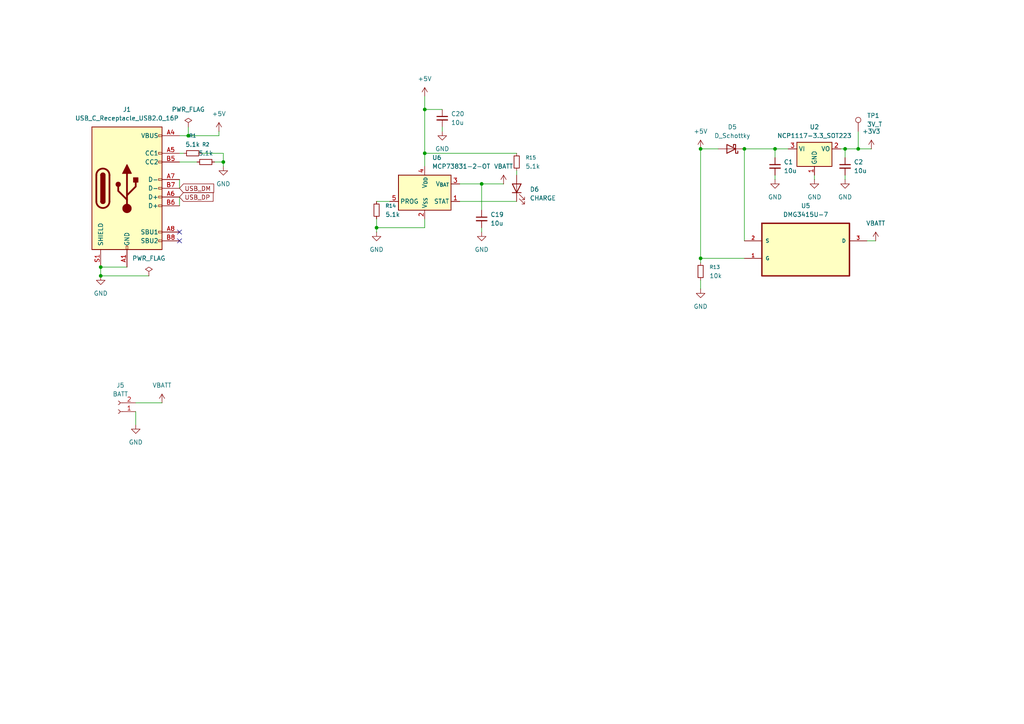
<source format=kicad_sch>
(kicad_sch (version 20250114) (generator "eeschema") (generator_version "9.0")
  (paper "A4")
  (lib_symbols
    (symbol "Battery_Management:MCP73831-2-OT"
      (property "Reference" "U" (at -7.62 6.35 0))
      (property "Value" "MCP73831-2-OT" (at 1.27 6.35 0))
      (symbol "MCP73831-2-OT_0_1"
        (rectangle (start -7.62 5.08) (end 7.62 -5.08) (stroke (width 0.254)) (fill (type background)))
      )
      (symbol "MCP73831-2-OT_1_1"
        (pin input line (at -10.16 -2.54 0) (length 2.54) (name "PROG") (number "5"))
        (pin power_in line (at 0 7.62 270) (length 2.54) (name "V_{DD}") (number "4"))
        (pin power_in line (at 0 -7.62 90) (length 2.54) (name "V_{SS}") (number "2"))
        (pin power_out line (at 10.16 2.54 180) (length 2.54) (name "V_{BAT}") (number "3"))
        (pin tri_state line (at 10.16 -2.54 180) (length 2.54) (name "STAT") (number "1"))
      )
    )
    (symbol "Connector:Conn_01x02_Socket" (pin_names (offset 1.016) (hide yes))
      (property "Reference" "J" (at 0 2.54 0))
      (property "Value" "Conn_01x02_Socket" (at 0 -5.08 0))
      (symbol "Conn_01x02_Socket_1_1"
        (polyline (pts (xy -1.27 0) (xy -0.508 0)) (stroke (width 0.1524)))
        (polyline (pts (xy -1.27 -2.54) (xy -0.508 -2.54)) (stroke (width 0.1524)))
        (arc (start 0 -0.508) (mid -0.5058 0) (end 0 0.508) (stroke (width 0.1524)))
        (arc (start 0 -3.048) (mid -0.5058 -2.54) (end 0 -2.032) (stroke (width 0.1524)))
        (pin passive line (at -5.08 0 0) (length 3.81) (name "Pin_1") (number "1"))
        (pin passive line (at -5.08 -2.54 0) (length 3.81) (name "Pin_2") (number "2"))
      )
    )
    (symbol "Connector:TestPoint" (pin_numbers (hide yes)) (pin_names (offset 0.762) (hide yes))
      (property "Reference" "TP" (at 0 6.858 0))
      (property "Value" "TestPoint" (at 0 5.08 0))
      (symbol "TestPoint_0_1"
        (circle (center 0 3.302) (radius 0.762))
      )
      (symbol "TestPoint_1_1"
        (pin passive line (at 0 0 90) (length 2.54) (name "1") (number "1"))
      )
    )
    (symbol "Connector:USB_C_Receptacle_USB2.0_16P" (pin_names (offset 1.016))
      (property "Reference" "J" (at 0 22.225 0))
      (property "Value" "USB_C_Receptacle_USB2.0_16P" (at 0 19.685 0))
      (symbol "USB_C_Receptacle_USB2.0_16P_0_0"
        (rectangle (start -0.254 -17.78) (end 0.254 -16.764))
        (rectangle (start 10.16 15.494) (end 9.144 14.986))
        (rectangle (start 10.16 10.414) (end 9.144 9.906))
        (rectangle (start 10.16 7.874) (end 9.144 7.366))
        (rectangle (start 10.16 2.794) (end 9.144 2.286))
        (rectangle (start 10.16 0.254) (end 9.144 -0.254))
        (rectangle (start 10.16 -2.286) (end 9.144 -2.794))
        (rectangle (start 10.16 -4.826) (end 9.144 -5.334))
        (rectangle (start 10.16 -12.446) (end 9.144 -12.954))
        (rectangle (start 10.16 -14.986) (end 9.144 -15.494))
      )
      (symbol "USB_C_Receptacle_USB2.0_16P_0_1"
        (rectangle (start -10.16 17.78) (end 10.16 -17.78) (stroke (width 0.254)) (fill (type background)))
        (polyline (pts (xy -8.89 -3.81) (xy -8.89 3.81)) (stroke (width 0.508)))
        (rectangle (start -7.62 -3.81) (end -6.35 3.81) (stroke (width 0.254)) (fill (type outline)))
        (arc (start -7.62 3.81) (mid -6.985 4.4423) (end -6.35 3.81) (stroke (width 0.254)))
        (arc (start -7.62 3.81) (mid -6.985 4.4423) (end -6.35 3.81) (stroke (width 0.254)) (fill (type outline)))
        (arc (start -8.89 3.81) (mid -6.985 5.7067) (end -5.08 3.81) (stroke (width 0.508)))
        (arc (start -5.08 -3.81) (mid -6.985 -5.7067) (end -8.89 -3.81) (stroke (width 0.508)))
        (arc (start -6.35 -3.81) (mid -6.985 -4.4423) (end -7.62 -3.81) (stroke (width 0.254)))
        (arc (start -6.35 -3.81) (mid -6.985 -4.4423) (end -7.62 -3.81) (stroke (width 0.254)) (fill (type outline)))
        (polyline (pts (xy -5.08 3.81) (xy -5.08 -3.81)) (stroke (width 0.508)))
        (circle (center -2.54 1.143) (radius 0.635) (stroke (width 0.254)) (fill (type outline)))
        (polyline (pts (xy -1.27 4.318) (xy 0 6.858) (xy 1.27 4.318) (xy -1.27 4.318)) (stroke (width 0.254)) (fill (type outline)))
        (polyline (pts (xy 0 -2.032) (xy 2.54 0.508) (xy 2.54 1.778)) (stroke (width 0.508)))
        (polyline (pts (xy 0 -3.302) (xy -2.54 -0.762) (xy -2.54 0.508)) (stroke (width 0.508)))
        (polyline (pts (xy 0 -5.842) (xy 0 4.318)) (stroke (width 0.508)))
        (circle (center 0 -5.842) (radius 1.27) (fill (type outline)))
        (rectangle (start 1.905 1.778) (end 3.175 3.048) (stroke (width 0.254)) (fill (type outline)))
      )
      (symbol "USB_C_Receptacle_USB2.0_16P_1_1"
        (pin passive line (at -7.62 -22.86 90) (length 5.08) (name "SHIELD") (number "S1"))
        (pin passive line (at 0 -22.86 90) (length 5.08) (name "GND") (number "A1"))
        (pin passive line (at 0 -22.86 90) (length 5.08) (hide yes) (name "GND") (number "A12"))
        (pin passive line (at 0 -22.86 90) (length 5.08) (hide yes) (name "GND") (number "B1"))
        (pin passive line (at 0 -22.86 90) (length 5.08) (hide yes) (name "GND") (number "B12"))
        (pin passive line (at 15.24 15.24 180) (length 5.08) (name "VBUS") (number "A4"))
        (pin passive line (at 15.24 15.24 180) (length 5.08) (hide yes) (name "VBUS") (number "A9"))
        (pin passive line (at 15.24 15.24 180) (length 5.08) (hide yes) (name "VBUS") (number "B4"))
        (pin passive line (at 15.24 15.24 180) (length 5.08) (hide yes) (name "VBUS") (number "B9"))
        (pin bidirectional line (at 15.24 10.16 180) (length 5.08) (name "CC1") (number "A5"))
        (pin bidirectional line (at 15.24 7.62 180) (length 5.08) (name "CC2") (number "B5"))
        (pin bidirectional line (at 15.24 2.54 180) (length 5.08) (name "D-") (number "A7"))
        (pin bidirectional line (at 15.24 0 180) (length 5.08) (name "D-") (number "B7"))
        (pin bidirectional line (at 15.24 -2.54 180) (length 5.08) (name "D+") (number "A6"))
        (pin bidirectional line (at 15.24 -5.08 180) (length 5.08) (name "D+") (number "B6"))
        (pin bidirectional line (at 15.24 -12.7 180) (length 5.08) (name "SBU1") (number "A8"))
        (pin bidirectional line (at 15.24 -15.24 180) (length 5.08) (name "SBU2") (number "B8"))
      )
    )
    (symbol "DMG3415U-7:DMG3415U-7" (pin_names (offset 1.016))
      (property "Reference" "U" (at -5.3656 9.1292 0))
      (property "Value" "DMG3415U-7" (at -4.0414 -15.3268 0))
      (symbol "DMG3415U-7_0_0"
        (rectangle (start -12.7 -10.16) (end 12.7 5.08) (stroke (width 0.4064)) (fill (type background)))
        (pin passive line (at -17.78 0 0) (length 5.08) (name "S") (number "2"))
        (pin power_in line (at -17.78 -5.08 0) (length 5.08) (name "G") (number "1"))
        (pin output line (at 17.78 0 180) (length 5.08) (name "D") (number "3"))
      )
    )
    (symbol "Device:C_Small" (pin_numbers (hide yes)) (pin_names (offset 0.254) (hide yes))
      (property "Reference" "C" (at 0.254 1.778 0))
      (property "Value" "C_Small" (at 0.254 -2.032 0))
      (symbol "C_Small_0_1"
        (polyline (pts (xy -1.524 0.508) (xy 1.524 0.508)) (stroke (width 0.3048)))
        (polyline (pts (xy -1.524 -0.508) (xy 1.524 -0.508)) (stroke (width 0.3302)))
      )
      (symbol "C_Small_1_1"
        (pin passive line (at 0 2.54 270) (length 2.032) (name "~") (number "1"))
        (pin passive line (at 0 -2.54 90) (length 2.032) (name "~") (number "2"))
      )
    )
    (symbol "Device:D_Schottky" (pin_numbers (hide yes)) (pin_names (offset 1.016) (hide yes))
      (property "Reference" "D" (at 0 2.54 0))
      (property "Value" "D_Schottky" (at 0 -2.54 0))
      (symbol "D_Schottky_0_1"
        (polyline (pts (xy -1.905 0.635) (xy -1.905 1.27) (xy -1.27 1.27) (xy -1.27 -1.27) (xy -0.635 -1.27) (xy -0.635 -0.635)) (stroke (width 0.254)))
        (polyline (pts (xy 1.27 1.27) (xy 1.27 -1.27) (xy -1.27 0) (xy 1.27 1.27)) (stroke (width 0.254)))
        (polyline (pts (xy 1.27 0) (xy -1.27 0)))
      )
      (symbol "D_Schottky_1_1"
        (pin passive line (at -3.81 0 0) (length 2.54) (name "K") (number "1"))
        (pin passive line (at 3.81 0 180) (length 2.54) (name "A") (number "2"))
      )
    )
    (symbol "Device:LED" (pin_numbers (hide yes)) (pin_names (offset 1.016) (hide yes))
      (property "Reference" "D" (at 0 2.54 0))
      (property "Value" "LED" (at 0 -2.54 0))
      (symbol "LED_0_1"
        (polyline (pts (xy -3.048 -0.762) (xy -4.572 -2.286) (xy -3.81 -2.286) (xy -4.572 -2.286) (xy -4.572 -1.524)))
        (polyline (pts (xy -1.778 -0.762) (xy -3.302 -2.286) (xy -2.54 -2.286) (xy -3.302 -2.286) (xy -3.302 -1.524)))
        (polyline (pts (xy -1.27 0) (xy 1.27 0)))
        (polyline (pts (xy -1.27 -1.27) (xy -1.27 1.27)) (stroke (width 0.254)))
        (polyline (pts (xy 1.27 -1.27) (xy 1.27 1.27) (xy -1.27 0) (xy 1.27 -1.27)) (stroke (width 0.254)))
      )
      (symbol "LED_1_1"
        (pin passive line (at -3.81 0 0) (length 2.54) (name "K") (number "1"))
        (pin passive line (at 3.81 0 180) (length 2.54) (name "A") (number "2"))
      )
    )
    (symbol "Device:R_Small" (pin_numbers (hide yes)) (pin_names (offset 0.254) (hide yes))
      (property "Reference" "R" (at 0 0 90))
      (property "Value" "R_Small" (at 1.778 0 90))
      (symbol "R_Small_0_1"
        (rectangle (start -0.762 1.778) (end 0.762 -1.778) (stroke (width 0.2032)))
      )
      (symbol "R_Small_1_1"
        (pin passive line (at 0 2.54 270) (length 0.762) (name "~") (number "1"))
        (pin passive line (at 0 -2.54 90) (length 0.762) (name "~") (number "2"))
      )
    )
    (symbol "Regulator_Linear:NCP1117-3.3_SOT223"
      (property "Reference" "U" (at -3.81 3.175 0))
      (property "Value" "NCP1117-3.3_SOT223" (at 0 3.175 0))
      (symbol "NCP1117-3.3_SOT223_0_1"
        (rectangle (start -5.08 -5.08) (end 5.08 1.905) (stroke (width 0.254)) (fill (type background)))
      )
      (symbol "NCP1117-3.3_SOT223_1_1"
        (pin power_in line (at -7.62 0 0) (length 2.54) (name "VI") (number "3"))
        (pin power_in line (at 0 -7.62 90) (length 2.54) (name "GND") (number "1"))
        (pin power_out line (at 7.62 0 180) (length 2.54) (name "VO") (number "2"))
      )
    )
    (symbol "power:+3V3" (power) (pin_numbers (hide yes)) (pin_names (offset 0) (hide yes))
      (property "Value" "+3V3" (at 0 3.556 0))
      (symbol "+3V3_0_1"
        (polyline (pts (xy -0.762 1.27) (xy 0 2.54)))
        (polyline (pts (xy 0 2.54) (xy 0.762 1.27)))
        (polyline (pts (xy 0 0) (xy 0 2.54)))
      )
      (symbol "+3V3_1_1"
        (pin power_in line (at 0 0 90) (length 0) (name "~") (number "1"))
      )
    )
    (symbol "power:+5V" (power) (pin_numbers (hide yes)) (pin_names (offset 0) (hide yes))
      (property "Value" "+5V" (at 0 3.556 0))
      (symbol "+5V_0_1"
        (polyline (pts (xy -0.762 1.27) (xy 0 2.54)))
        (polyline (pts (xy 0 2.54) (xy 0.762 1.27)))
        (polyline (pts (xy 0 0) (xy 0 2.54)))
      )
      (symbol "+5V_1_1"
        (pin power_in line (at 0 0 90) (length 0) (name "~") (number "1"))
      )
    )
    (symbol "power:GND" (power) (pin_numbers (hide yes)) (pin_names (offset 0) (hide yes))
      (property "Value" "GND" (at 0 -3.81 0))
      (symbol "GND_0_1"
        (polyline (pts (xy 0 0) (xy 0 -1.27) (xy 1.27 -1.27) (xy 0 -2.54) (xy -1.27 -1.27) (xy 0 -1.27)))
      )
      (symbol "GND_1_1"
        (pin power_in line (at 0 0 270) (length 0) (name "~") (number "1"))
      )
    )
    (symbol "power:PWR_FLAG" (power) (pin_numbers (hide yes)) (pin_names (offset 0) (hide yes))
      (property "Value" "PWR_FLAG" (at 0 3.81 0))
      (symbol "PWR_FLAG_0_0"
        (pin power_out line (at 0 0 90) (length 0) (name "~") (number "1"))
      )
      (symbol "PWR_FLAG_0_1"
        (polyline (pts (xy 0 0) (xy 0 1.27) (xy -1.016 1.905) (xy 0 2.54) (xy 1.016 1.905) (xy 0 1.27)))
      )
    )
    (symbol "power:VBUS" (power) (pin_numbers (hide yes)) (pin_names (offset 0) (hide yes))
      (property "Value" "VBUS" (at 0 3.556 0))
      (symbol "VBUS_0_1"
        (polyline (pts (xy -0.762 1.27) (xy 0 2.54)))
        (polyline (pts (xy 0 2.54) (xy 0.762 1.27)))
        (polyline (pts (xy 0 0) (xy 0 2.54)))
      )
      (symbol "VBUS_1_1"
        (pin power_in line (at 0 0 90) (length 0) (name "~") (number "1"))
      )
    )
  )
  (junction (at 109.22 66.04))
  (junction (at 123.19 31.75))
  (junction (at 203.2 43.18))
  (junction (at 29.21 77.47))
  (junction (at 248.92 43.18))
  (junction (at 123.19 44.45))
  (junction (at 203.2 74.93))
  (junction (at 224.79 43.18))
  (junction (at 139.7 53.34))
  (junction (at 245.11 43.18))
  (junction (at 215.9 43.18))
  (junction (at 29.21 80.01))
  (junction (at 64.77 46.99))
  (junction (at 54.61 39.37))
  (no_connect (at 52.07 67.31))
  (no_connect (at 52.07 69.85))
  (wire (pts (xy 52.07 52.07) (xy 52.07 54.61)))
  (wire (pts (xy 149.86 49.53) (xy 149.86 50.8)))
  (wire (pts (xy 58.42 44.45) (xy 64.77 44.45)))
  (wire (pts (xy 109.22 58.42) (xy 113.03 58.42)))
  (wire (pts (xy 251.46 69.85) (xy 254 69.85)))
  (wire (pts (xy 133.35 58.42) (xy 149.86 58.42)))
  (wire (pts (xy 139.7 53.34) (xy 139.7 60.96)))
  (wire (pts (xy 139.7 66.04) (xy 139.7 67.31)))
  (wire (pts (xy 52.07 44.45) (xy 53.34 44.45)))
  (wire (pts (xy 139.7 53.34) (xy 146.05 53.34)))
  (wire (pts (xy 224.79 43.18) (xy 224.79 45.72)))
  (wire (pts (xy 123.19 31.75) (xy 123.19 44.45)))
  (wire (pts (xy 128.27 36.83) (xy 128.27 38.1)))
  (wire (pts (xy 64.77 48.26) (xy 64.77 46.99)))
  (wire (pts (xy 39.37 116.84) (xy 46.99 116.84)))
  (wire (pts (xy 248.92 43.18) (xy 252.73 43.18)))
  (wire (pts (xy 64.77 44.45) (xy 64.77 46.99)))
  (wire (pts (xy 52.07 46.99) (xy 57.15 46.99)))
  (wire (pts (xy 215.9 43.18) (xy 215.9 69.85)))
  (wire (pts (xy 29.21 77.47) (xy 36.83 77.47)))
  (wire (pts (xy 203.2 74.93) (xy 203.2 76.2)))
  (wire (pts (xy 52.07 39.37) (xy 54.61 39.37)))
  (wire (pts (xy 224.79 43.18) (xy 228.6 43.18)))
  (wire (pts (xy 123.19 27.94) (xy 123.19 31.75)))
  (wire (pts (xy 109.22 66.04) (xy 109.22 67.31)))
  (wire (pts (xy 245.11 43.18) (xy 248.92 43.18)))
  (wire (pts (xy 123.19 31.75) (xy 128.27 31.75)))
  (wire (pts (xy 109.22 63.5) (xy 109.22 66.04)))
  (wire (pts (xy 63.5 38.1) (xy 63.5 39.37)))
  (wire (pts (xy 245.11 50.8) (xy 245.11 52.07)))
  (wire (pts (xy 29.21 77.47) (xy 29.21 80.01)))
  (wire (pts (xy 203.2 43.18) (xy 203.2 74.93)))
  (wire (pts (xy 245.11 43.18) (xy 245.11 45.72)))
  (wire (pts (xy 215.9 43.18) (xy 224.79 43.18)))
  (wire (pts (xy 224.79 50.8) (xy 224.79 52.07)))
  (wire (pts (xy 133.35 53.34) (xy 139.7 53.34)))
  (wire (pts (xy 39.37 119.38) (xy 39.37 123.19)))
  (wire (pts (xy 54.61 39.37) (xy 63.5 39.37)))
  (wire (pts (xy 243.84 43.18) (xy 245.11 43.18)))
  (wire (pts (xy 203.2 43.18) (xy 208.28 43.18)))
  (wire (pts (xy 203.2 81.28) (xy 203.2 83.82)))
  (wire (pts (xy 248.92 38.1) (xy 248.92 43.18)))
  (wire (pts (xy 62.23 46.99) (xy 64.77 46.99)))
  (wire (pts (xy 203.2 74.93) (xy 215.9 74.93)))
  (wire (pts (xy 123.19 44.45) (xy 149.86 44.45)))
  (wire (pts (xy 236.22 50.8) (xy 236.22 52.07)))
  (wire (pts (xy 123.19 66.04) (xy 109.22 66.04)))
  (wire (pts (xy 52.07 57.15) (xy 52.07 59.69)))
  (wire (pts (xy 54.61 36.83) (xy 54.61 39.37)))
  (wire (pts (xy 29.21 80.01) (xy 43.18 80.01)))
  (wire (pts (xy 123.19 44.45) (xy 123.19 48.26)))
  (wire (pts (xy 123.19 63.5) (xy 123.19 66.04)))
  (global_label "USB_DM" (shape input) (at 52.07 54.61 0) (property "Intersheetrefs" "${INTERSHEET_REFS}" (effects (hide yes))))
  (global_label "USB_DP" (shape input) (at 52.07 57.15 0) (property "Intersheetrefs" "${INTERSHEET_REFS}" (effects (hide yes))))
  (symbol (lib_id "Device:C_Small") (at 245.11 48.26 0) (unit 1)
    (property "Reference" "C2" (at 247.65 46.9962 0) (effects (justify left)))
    (property "Value" "10u" (at 247.65 49.5362 0) (effects (justify left)))
    (property "Footprint" "Capacitor_SMD:C_0805_2012Metric_Pad1.18x1.45mm_HandSolder" (effects (hide yes)))
    (property "Description" "Unpolarized capacitor, small symbol" (effects (hide yes)))
  )
  (symbol (lib_id "Connector:Conn_01x02_Socket") (at 34.29 119.38 180) (unit 1)
    (property "Reference" "J5" (at 34.925 111.76 0))
    (property "Value" "BATT" (at 34.925 114.3 0))
    (property "Footprint" "Connector_JST:JST_PH_B2B-PH-K_1x02_P2.00mm_Vertical" (effects (hide yes)))
    (property "Description" "Generic connector, single row, 01x02, script generated" (effects (hide yes)))
  )
  (symbol (lib_id "power:GND") (at 203.2 83.82 0) (unit 1)
    (property "Reference" "#PWR047" (effects (hide yes)))
    (property "Value" "GND" (at 203.2 88.9 0))
    (property "Description" "Power symbol creates a global label with name \"GND\" , ground" (effects (hide yes)))
  )
  (symbol (lib_id "power:+5V") (at 203.2 43.18 0) (unit 1)
    (property "Reference" "#PWR045" (effects (hide yes)))
    (property "Value" "+5V" (at 203.2 38.1 0))
    (property "Description" "Power symbol creates a global label with name \"+5V\"" (effects (hide yes)))
  )
  (symbol (lib_id "power:GND") (at 245.11 52.07 0) (unit 1)
    (property "Reference" "#PWR07" (effects (hide yes)))
    (property "Value" "GND" (at 245.11 57.15 0))
    (property "Description" "Power symbol creates a global label with name \"GND\" , ground" (effects (hide yes)))
  )
  (symbol (lib_id "Device:D_Schottky") (at 212.09 43.18 180) (unit 1)
    (property "Reference" "D5" (at 212.4075 36.83 0))
    (property "Value" "D_Schottky" (at 212.4075 39.37 0))
    (property "Footprint" "Diode_SMD:D_SOD-123" (effects (hide yes)))
    (property "Description" "Schottky diode" (effects (hide yes)))
  )
  (symbol (lib_id "power:VBUS") (at 254 69.85 0) (unit 1)
    (property "Reference" "#PWR046" (effects (hide yes)))
    (property "Value" "VBATT" (at 254 64.77 0))
    (property "Description" "Power symbol creates a global label with name \"VBUS\"" (effects (hide yes)))
  )
  (symbol (lib_id "power:GND") (at 64.77 48.26 0) (unit 1)
    (property "Reference" "#PWR02" (effects (hide yes)))
    (property "Value" "GND" (at 64.77 53.34 0))
    (property "Description" "Power symbol creates a global label with name \"GND\" , ground" (effects (hide yes)))
  )
  (symbol (lib_id "Device:R_Small") (at 55.88 44.45 90) (unit 1)
    (property "Reference" "R1" (at 55.88 39.37 90) (effects (font (size 1.016 1.016))))
    (property "Value" "5.1k" (at 55.88 41.91 90))
    (property "Footprint" "Resistor_SMD:R_0805_2012Metric_Pad1.20x1.40mm_HandSolder" (effects (hide yes)))
    (property "Description" "Resistor, small symbol" (effects (hide yes)))
  )
  (symbol (lib_id "power:GND") (at 39.37 123.19 0) (unit 1)
    (property "Reference" "#PWR052" (effects (hide yes)))
    (property "Value" "GND" (at 39.37 128.27 0))
    (property "Description" "Power symbol creates a global label with name \"GND\" , ground" (effects (hide yes)))
  )
  (symbol (lib_id "power:GND") (at 109.22 67.31 0) (unit 1)
    (property "Reference" "#PWR050" (effects (hide yes)))
    (property "Value" "GND" (at 109.22 72.39 0))
    (property "Description" "Power symbol creates a global label with name \"GND\" , ground" (effects (hide yes)))
  )
  (symbol (lib_id "power:VBUS") (at 46.99 116.84 0) (unit 1)
    (property "Reference" "#PWR053" (effects (hide yes)))
    (property "Value" "VBATT" (at 46.99 111.76 0))
    (property "Description" "Power symbol creates a global label with name \"VBUS\"" (effects (hide yes)))
  )
  (symbol (lib_id "power:PWR_FLAG") (at 54.61 36.83 0) (unit 1)
    (property "Reference" "#FLG01" (effects (hide yes)))
    (property "Value" "PWR_FLAG" (at 54.61 31.75 0))
    (property "Description" "Special symbol for telling ERC where power comes from" (effects (hide yes)))
  )
  (symbol (lib_id "Device:C_Small") (at 128.27 34.29 0) (unit 1)
    (property "Reference" "C20" (at 130.81 33.0262 0) (effects (justify left)))
    (property "Value" "10u" (at 130.81 35.5662 0) (effects (justify left)))
    (property "Footprint" "Capacitor_SMD:C_0805_2012Metric_Pad1.18x1.45mm_HandSolder" (effects (hide yes)))
    (property "Description" "Unpolarized capacitor, small symbol" (effects (hide yes)))
  )
  (symbol (lib_id "power:PWR_FLAG") (at 43.18 80.01 0) (unit 1)
    (property "Reference" "#FLG02" (effects (hide yes)))
    (property "Value" "PWR_FLAG" (at 43.18 74.93 0))
    (property "Description" "Special symbol for telling ERC where power comes from" (effects (hide yes)))
  )
  (symbol (lib_id "Device:R_Small") (at 203.2 78.74 0) (unit 1)
    (property "Reference" "R13" (at 205.74 77.4699 0) (effects (font (size 1.016 1.016)) (justify left)))
    (property "Value" "10k" (at 205.74 80.0099 0) (effects (justify left)))
    (property "Footprint" "Resistor_SMD:R_0805_2012Metric_Pad1.20x1.40mm_HandSolder" (effects (hide yes)))
    (property "Description" "Resistor, small symbol" (effects (hide yes)))
  )
  (symbol (lib_id "power:GND") (at 236.22 52.07 0) (unit 1)
    (property "Reference" "#PWR06" (effects (hide yes)))
    (property "Value" "GND" (at 236.22 57.15 0))
    (property "Description" "Power symbol creates a global label with name \"GND\" , ground" (effects (hide yes)))
  )
  (symbol (lib_id "Device:R_Small") (at 59.69 46.99 90) (unit 1)
    (property "Reference" "R2" (at 59.69 41.91 90) (effects (font (size 1.016 1.016))))
    (property "Value" "5.1k" (at 59.69 44.45 90))
    (property "Footprint" "Resistor_SMD:R_0805_2012Metric_Pad1.20x1.40mm_HandSolder" (effects (hide yes)))
    (property "Description" "Resistor, small symbol" (effects (hide yes)))
  )
  (symbol (lib_id "Battery_Management:MCP73831-2-OT") (at 123.19 55.88 0) (unit 1)
    (property "Reference" "U6" (at 125.3333 45.72 0) (effects (justify left)))
    (property "Value" "MCP73831-2-OT" (at 125.3333 48.26 0) (effects (justify left)))
    (property "Footprint" "Package_TO_SOT_SMD:SOT-23-5" (effects (hide yes)))
    (property "Datasheet" "http://ww1.microchip.com/downloads/en/DeviceDoc/20001984g.pdf" (effects (hide yes)))
    (property "Description" "Single cell, Li-Ion/Li-Po charge management controller, 4.20V, Tri-State Status Output, in SOT23-5 package" (effects (hide yes)))
  )
  (symbol (lib_id "Device:C_Small") (at 224.79 48.26 0) (unit 1)
    (property "Reference" "C1" (at 227.33 46.9962 0) (effects (justify left)))
    (property "Value" "10u" (at 227.33 49.5362 0) (effects (justify left)))
    (property "Footprint" "Capacitor_SMD:C_0805_2012Metric_Pad1.18x1.45mm_HandSolder" (effects (hide yes)))
    (property "Description" "Unpolarized capacitor, small symbol" (effects (hide yes)))
  )
  (symbol (lib_id "power:+5V") (at 123.19 27.94 0) (unit 1)
    (property "Reference" "#PWR048" (effects (hide yes)))
    (property "Value" "+5V" (at 123.19 22.86 0))
    (property "Description" "Power symbol creates a global label with name \"+5V\"" (effects (hide yes)))
  )
  (symbol (lib_id "Regulator_Linear:NCP1117-3.3_SOT223") (at 236.22 43.18 0) (unit 1)
    (property "Reference" "U2" (at 236.22 36.83 0))
    (property "Value" "NCP1117-3.3_SOT223" (at 236.22 39.37 0))
    (property "Footprint" "Package_TO_SOT_SMD:SOT-223-3_TabPin2" (effects (hide yes)))
    (property "Datasheet" "http://www.onsemi.com/pub_link/Collateral/NCP1117-D.PDF" (effects (hide yes)))
    (property "Description" "1A Low drop-out regulator, Fixed Output 3.3V, SOT-223" (effects (hide yes)))
  )
  (symbol (lib_id "DMG3415U-7:DMG3415U-7") (at 233.68 69.85 0) (unit 1)
    (property "Reference" "U5" (at 233.68 59.69 0))
    (property "Value" "DMG3415U-7" (at 233.68 62.23 0))
    (property "Footprint" "parts:SOT95P240X105-3N" (effects (hide yes)))
    (property "MF" "Diodes Inc." (effects (hide yes)))
    (property "Description_1" "MOSFET P-Channel 20V 4A SOT23 | Diodes Inc DMG3415U-7" (effects (hide yes)))
    (property "PACKAGE" "SOT-23-3" (effects (hide yes)))
    (property "MPN" "DMG3415U-7" (effects (hide yes)))
    (property "Price" "None" (effects (hide yes)))
    (property "Package" "SOT-23 Diodes Inc." (effects (hide yes)))
    (property "OC_FARNELL" "1843688" (effects (hide yes)))
    (property "SnapEDA_Link" "https://www.snapeda.com/parts/DMG3415U-7/Diodes+Inc./view-part/?ref=snap" (effects (hide yes)))
    (property "MP" "DMG3415U-7" (effects (hide yes)))
    (property "SUPPLIER" "Diodes Inc" (effects (hide yes)))
    (property "OC_NEWARK" "12T2026" (effects (hide yes)))
    (property "Availability" "In Stock" (effects (hide yes)))
    (property "Check_prices" "https://www.snapeda.com/parts/DMG3415U-7/Diodes+Inc./view-part/?ref=eda" (effects (hide yes)))
  )
  (symbol (lib_id "Device:C_Small") (at 139.7 63.5 0) (unit 1)
    (property "Reference" "C19" (at 142.24 62.2362 0) (effects (justify left)))
    (property "Value" "10u" (at 142.24 64.7762 0) (effects (justify left)))
    (property "Footprint" "Capacitor_SMD:C_0805_2012Metric_Pad1.18x1.45mm_HandSolder" (effects (hide yes)))
    (property "Description" "Unpolarized capacitor, small symbol" (effects (hide yes)))
  )
  (symbol (lib_id "power:+3V3") (at 252.73 43.18 0) (unit 1)
    (property "Reference" "#PWR04" (effects (hide yes)))
    (property "Value" "+3V3" (at 252.73 38.1 0))
    (property "Description" "Power symbol creates a global label with name \"+3V3\"" (effects (hide yes)))
  )
  (symbol (lib_id "power:GND") (at 29.21 80.01 0) (unit 1)
    (property "Reference" "#PWR01" (effects (hide yes)))
    (property "Value" "GND" (at 29.21 85.09 0))
    (property "Description" "Power symbol creates a global label with name \"GND\" , ground" (effects (hide yes)))
  )
  (symbol (lib_id "Device:R_Small") (at 149.86 46.99 0) (unit 1)
    (property "Reference" "R15" (at 152.4 45.7199 0) (effects (font (size 1.016 1.016)) (justify left)))
    (property "Value" "5.1k" (at 152.4 48.2599 0) (effects (justify left)))
    (property "Footprint" "Resistor_SMD:R_0805_2012Metric_Pad1.20x1.40mm_HandSolder" (effects (hide yes)))
    (property "Description" "Resistor, small symbol" (effects (hide yes)))
  )
  (symbol (lib_id "Connector:USB_C_Receptacle_USB2.0_16P") (at 36.83 54.61 0) (unit 1)
    (property "Reference" "J1" (at 36.83 31.75 0))
    (property "Value" "USB_C_Receptacle_USB2.0_16P" (at 36.83 34.29 0))
    (property "Footprint" "Connector_USB:USB_C_Receptacle_GCT_USB4105-xx-A_16P_TopMnt_Horizontal" (effects (hide yes)))
    (property "Datasheet" "https://www.usb.org/sites/default/files/documents/usb_type-c.zip" (effects (hide yes)))
    (property "Description" "USB 2.0-only 16P Type-C Receptacle connector" (effects (hide yes)))
  )
  (symbol (lib_id "power:GND") (at 139.7 67.31 0) (unit 1)
    (property "Reference" "#PWR051" (effects (hide yes)))
    (property "Value" "GND" (at 139.7 72.39 0))
    (property "Description" "Power symbol creates a global label with name \"GND\" , ground" (effects (hide yes)))
  )
  (symbol (lib_id "power:VBUS") (at 146.05 53.34 0) (unit 1)
    (property "Reference" "#PWR049" (effects (hide yes)))
    (property "Value" "VBATT" (at 146.05 48.26 0))
    (property "Description" "Power symbol creates a global label with name \"VBUS\"" (effects (hide yes)))
  )
  (symbol (lib_id "Connector:TestPoint") (at 248.92 38.1 0) (unit 1) (in_bom no)
    (property "Reference" "TP1" (at 251.46 33.5279 0) (effects (justify left)))
    (property "Value" "3V_T" (at 251.46 36.0679 0) (effects (justify left)))
    (property "Footprint" "TestPoint:TestPoint_Pad_D2.0mm" (effects (hide yes)))
    (property "Description" "test point" (effects (hide yes)))
  )
  (symbol (lib_id "power:GND") (at 224.79 52.07 0) (unit 1)
    (property "Reference" "#PWR05" (effects (hide yes)))
    (property "Value" "GND" (at 224.79 57.15 0))
    (property "Description" "Power symbol creates a global label with name \"GND\" , ground" (effects (hide yes)))
  )
  (symbol (lib_id "Device:R_Small") (at 109.22 60.96 180) (unit 1)
    (property "Reference" "R14" (at 111.76 59.6899 0) (effects (font (size 1.016 1.016)) (justify right)))
    (property "Value" "5.1k" (at 111.76 62.2299 0) (effects (justify right)))
    (property "Footprint" "Resistor_SMD:R_0805_2012Metric_Pad1.20x1.40mm_HandSolder" (effects (hide yes)))
    (property "Description" "Resistor, small symbol" (effects (hide yes)))
  )
  (symbol (lib_id "power:GND") (at 128.27 38.1 0) (unit 1)
    (property "Reference" "#PWR054" (effects (hide yes)))
    (property "Value" "GND" (at 128.27 43.18 0))
    (property "Description" "Power symbol creates a global label with name \"GND\" , ground" (effects (hide yes)))
  )
  (symbol (lib_id "power:+5V") (at 63.5 38.1 0) (unit 1)
    (property "Reference" "#PWR03" (effects (hide yes)))
    (property "Value" "+5V" (at 63.5 33.02 0))
    (property "Description" "Power symbol creates a global label with name \"+5V\"" (effects (hide yes)))
  )
  (symbol (lib_id "Device:LED") (at 149.86 54.61 90) (unit 1)
    (property "Reference" "D6" (at 153.67 54.9274 90) (effects (justify right)))
    (property "Value" "CHARGE" (at 153.67 57.4674 90) (effects (justify right)))
    (property "Footprint" "Diode_SMD:D_0805_2012Metric_Pad1.15x1.40mm_HandSolder" (effects (hide yes)))
    (property "Description" "Light emitting diode" (effects (hide yes)))
    (property "Sim.Pins" "1=K 2=A" (effects (hide yes)))
  )
)
</source>
